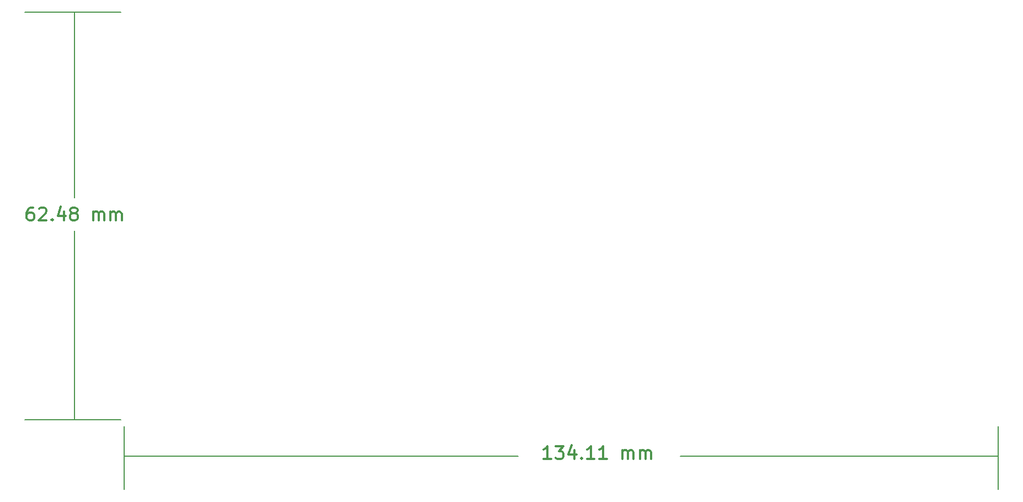
<source format=gbr>
G04 #@! TF.GenerationSoftware,KiCad,Pcbnew,5.1.6-c6e7f7d~87~ubuntu20.04.1*
G04 #@! TF.CreationDate,2020-08-06T14:28:34-04:00*
G04 #@! TF.ProjectId,Onboard_Gateway,4f6e626f-6172-4645-9f47-617465776179,Leonardo Ward*
G04 #@! TF.SameCoordinates,Original*
G04 #@! TF.FileFunction,OtherDrawing,Comment*
%FSLAX46Y46*%
G04 Gerber Fmt 4.6, Leading zero omitted, Abs format (unit mm)*
G04 Created by KiCad (PCBNEW 5.1.6-c6e7f7d~87~ubuntu20.04.1) date 2020-08-06 14:28:34*
%MOMM*%
%LPD*%
G01*
G04 APERTURE LIST*
%ADD10C,0.150000*%
%ADD11C,0.300000*%
G04 APERTURE END LIST*
D10*
X181864000Y-132080000D02*
X230632000Y-132080000D01*
X96520000Y-132080000D02*
X156972000Y-132080000D01*
D11*
X162021142Y-132476761D02*
X160878285Y-132476761D01*
X161449714Y-132476761D02*
X161449714Y-130476761D01*
X161259238Y-130762476D01*
X161068761Y-130952952D01*
X160878285Y-131048190D01*
X162687809Y-130476761D02*
X163925904Y-130476761D01*
X163259238Y-131238666D01*
X163544952Y-131238666D01*
X163735428Y-131333904D01*
X163830666Y-131429142D01*
X163925904Y-131619619D01*
X163925904Y-132095809D01*
X163830666Y-132286285D01*
X163735428Y-132381523D01*
X163544952Y-132476761D01*
X162973523Y-132476761D01*
X162783047Y-132381523D01*
X162687809Y-132286285D01*
X165640190Y-131143428D02*
X165640190Y-132476761D01*
X165164000Y-130381523D02*
X164687809Y-131810095D01*
X165925904Y-131810095D01*
X166687809Y-132286285D02*
X166783047Y-132381523D01*
X166687809Y-132476761D01*
X166592571Y-132381523D01*
X166687809Y-132286285D01*
X166687809Y-132476761D01*
X168687809Y-132476761D02*
X167544952Y-132476761D01*
X168116380Y-132476761D02*
X168116380Y-130476761D01*
X167925904Y-130762476D01*
X167735428Y-130952952D01*
X167544952Y-131048190D01*
X170592571Y-132476761D02*
X169449714Y-132476761D01*
X170021142Y-132476761D02*
X170021142Y-130476761D01*
X169830666Y-130762476D01*
X169640190Y-130952952D01*
X169449714Y-131048190D01*
X172973523Y-132476761D02*
X172973523Y-131143428D01*
X172973523Y-131333904D02*
X173068761Y-131238666D01*
X173259238Y-131143428D01*
X173544952Y-131143428D01*
X173735428Y-131238666D01*
X173830666Y-131429142D01*
X173830666Y-132476761D01*
X173830666Y-131429142D02*
X173925904Y-131238666D01*
X174116380Y-131143428D01*
X174402095Y-131143428D01*
X174592571Y-131238666D01*
X174687809Y-131429142D01*
X174687809Y-132476761D01*
X175640190Y-132476761D02*
X175640190Y-131143428D01*
X175640190Y-131333904D02*
X175735428Y-131238666D01*
X175925904Y-131143428D01*
X176211619Y-131143428D01*
X176402095Y-131238666D01*
X176497333Y-131429142D01*
X176497333Y-132476761D01*
X176497333Y-131429142D02*
X176592571Y-131238666D01*
X176783047Y-131143428D01*
X177068761Y-131143428D01*
X177259238Y-131238666D01*
X177354476Y-131429142D01*
X177354476Y-132476761D01*
D10*
X230632000Y-127508000D02*
X230632000Y-137160000D01*
X96520000Y-127508000D02*
X96520000Y-137160000D01*
X88900000Y-92456000D02*
X88900000Y-64008000D01*
X88900000Y-126492000D02*
X88900000Y-97536000D01*
X86360000Y-126492000D02*
X81280000Y-126492000D01*
X86360000Y-64008000D02*
X81280000Y-64008000D01*
D11*
X82519047Y-93900761D02*
X82138095Y-93900761D01*
X81947619Y-93996000D01*
X81852380Y-94091238D01*
X81661904Y-94376952D01*
X81566666Y-94757904D01*
X81566666Y-95519809D01*
X81661904Y-95710285D01*
X81757142Y-95805523D01*
X81947619Y-95900761D01*
X82328571Y-95900761D01*
X82519047Y-95805523D01*
X82614285Y-95710285D01*
X82709523Y-95519809D01*
X82709523Y-95043619D01*
X82614285Y-94853142D01*
X82519047Y-94757904D01*
X82328571Y-94662666D01*
X81947619Y-94662666D01*
X81757142Y-94757904D01*
X81661904Y-94853142D01*
X81566666Y-95043619D01*
X83471428Y-94091238D02*
X83566666Y-93996000D01*
X83757142Y-93900761D01*
X84233333Y-93900761D01*
X84423809Y-93996000D01*
X84519047Y-94091238D01*
X84614285Y-94281714D01*
X84614285Y-94472190D01*
X84519047Y-94757904D01*
X83376190Y-95900761D01*
X84614285Y-95900761D01*
X85471428Y-95710285D02*
X85566666Y-95805523D01*
X85471428Y-95900761D01*
X85376190Y-95805523D01*
X85471428Y-95710285D01*
X85471428Y-95900761D01*
X87280952Y-94567428D02*
X87280952Y-95900761D01*
X86804761Y-93805523D02*
X86328571Y-95234095D01*
X87566666Y-95234095D01*
X88614285Y-94757904D02*
X88423809Y-94662666D01*
X88328571Y-94567428D01*
X88233333Y-94376952D01*
X88233333Y-94281714D01*
X88328571Y-94091238D01*
X88423809Y-93996000D01*
X88614285Y-93900761D01*
X88995238Y-93900761D01*
X89185714Y-93996000D01*
X89280952Y-94091238D01*
X89376190Y-94281714D01*
X89376190Y-94376952D01*
X89280952Y-94567428D01*
X89185714Y-94662666D01*
X88995238Y-94757904D01*
X88614285Y-94757904D01*
X88423809Y-94853142D01*
X88328571Y-94948380D01*
X88233333Y-95138857D01*
X88233333Y-95519809D01*
X88328571Y-95710285D01*
X88423809Y-95805523D01*
X88614285Y-95900761D01*
X88995238Y-95900761D01*
X89185714Y-95805523D01*
X89280952Y-95710285D01*
X89376190Y-95519809D01*
X89376190Y-95138857D01*
X89280952Y-94948380D01*
X89185714Y-94853142D01*
X88995238Y-94757904D01*
X91757142Y-95900761D02*
X91757142Y-94567428D01*
X91757142Y-94757904D02*
X91852380Y-94662666D01*
X92042857Y-94567428D01*
X92328571Y-94567428D01*
X92519047Y-94662666D01*
X92614285Y-94853142D01*
X92614285Y-95900761D01*
X92614285Y-94853142D02*
X92709523Y-94662666D01*
X92900000Y-94567428D01*
X93185714Y-94567428D01*
X93376190Y-94662666D01*
X93471428Y-94853142D01*
X93471428Y-95900761D01*
X94423809Y-95900761D02*
X94423809Y-94567428D01*
X94423809Y-94757904D02*
X94519047Y-94662666D01*
X94709523Y-94567428D01*
X94995238Y-94567428D01*
X95185714Y-94662666D01*
X95280952Y-94853142D01*
X95280952Y-95900761D01*
X95280952Y-94853142D02*
X95376190Y-94662666D01*
X95566666Y-94567428D01*
X95852380Y-94567428D01*
X96042857Y-94662666D01*
X96138095Y-94853142D01*
X96138095Y-95900761D01*
D10*
X96012000Y-126492000D02*
X86360000Y-126492000D01*
X96012000Y-64008000D02*
X86360000Y-64008000D01*
M02*

</source>
